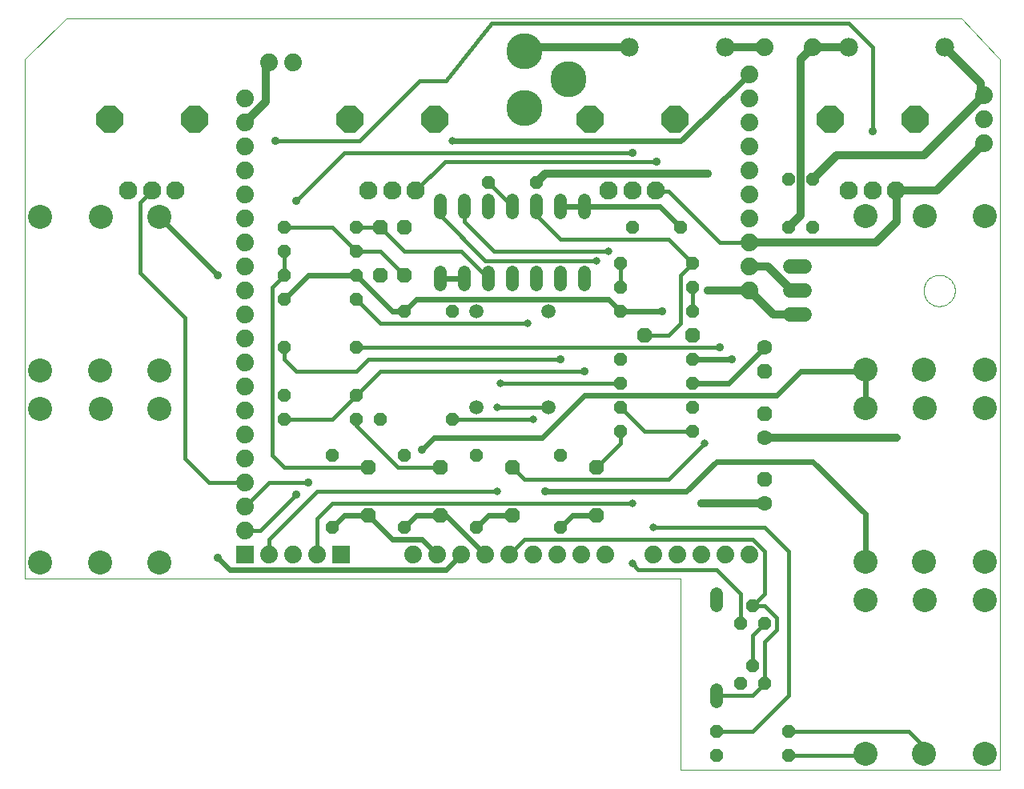
<source format=gtl>
G75*
%MOIN*%
%OFA0B0*%
%FSLAX24Y24*%
%IPPOS*%
%LPD*%
%AMOC8*
5,1,8,0,0,1.08239X$1,22.5*
%
%ADD10C,0.0010*%
%ADD11C,0.0760*%
%ADD12OC8,0.1107*%
%ADD13C,0.0740*%
%ADD14C,0.0780*%
%ADD15C,0.1500*%
%ADD16OC8,0.0520*%
%ADD17C,0.1000*%
%ADD18R,0.0740X0.0740*%
%ADD19C,0.0520*%
%ADD20C,0.0594*%
%ADD21C,0.0600*%
%ADD22C,0.0000*%
%ADD23OC8,0.0630*%
%ADD24C,0.0630*%
%ADD25C,0.0160*%
%ADD26C,0.0320*%
%ADD27C,0.0356*%
%ADD28C,0.0317*%
%ADD29C,0.0240*%
D10*
X006460Y012268D02*
X006460Y033893D01*
X006449Y033893D01*
X008199Y035593D01*
X045445Y035593D01*
X046945Y034018D01*
X047060Y033893D01*
X047060Y004293D01*
X033760Y004293D01*
X033760Y012268D01*
X006460Y012268D01*
D11*
X010775Y028441D03*
X011760Y028441D03*
X012744Y028441D03*
X020775Y028441D03*
X021760Y028441D03*
X022744Y028441D03*
X030775Y028441D03*
X031760Y028441D03*
X032744Y028441D03*
X040775Y028441D03*
X041760Y028441D03*
X042744Y028441D03*
D12*
X043531Y031393D03*
X039988Y031393D03*
X033531Y031393D03*
X029988Y031393D03*
X023531Y031393D03*
X019988Y031393D03*
X013531Y031393D03*
X009988Y031393D03*
D13*
X015635Y031268D03*
X015635Y032268D03*
X016635Y033768D03*
X017635Y033768D03*
X015635Y030268D03*
X015635Y029268D03*
X015635Y028268D03*
X015635Y027268D03*
X015635Y026268D03*
X015635Y025268D03*
X015635Y024268D03*
X015635Y023268D03*
X015635Y022268D03*
X015635Y021268D03*
X015635Y020268D03*
X015635Y019268D03*
X015635Y018268D03*
X015635Y017268D03*
X015635Y016268D03*
X015635Y015268D03*
X015635Y014268D03*
X016635Y013268D03*
X017635Y013268D03*
X018635Y013268D03*
X022635Y013268D03*
X023635Y013268D03*
X024635Y013268D03*
X025635Y013268D03*
X026635Y013268D03*
X027635Y013268D03*
X028635Y013268D03*
X029635Y013268D03*
X030635Y013268D03*
X032635Y013268D03*
X033635Y013268D03*
X034635Y013268D03*
X035635Y013268D03*
X036635Y013268D03*
X036635Y024268D03*
X036635Y025268D03*
X036635Y026268D03*
X036635Y027268D03*
X036635Y028268D03*
X036635Y029268D03*
X036635Y030268D03*
X036635Y031268D03*
X036635Y032268D03*
X036635Y033268D03*
X037260Y034393D03*
X039260Y034393D03*
X046385Y032393D03*
X046385Y031393D03*
X046385Y030393D03*
D14*
X044760Y034393D03*
X040760Y034393D03*
X035635Y034393D03*
X031635Y034393D03*
D15*
X029110Y033056D03*
X027260Y034237D03*
X027260Y031875D03*
D16*
X027760Y028768D03*
X025760Y028768D03*
X020260Y026893D03*
X020260Y025893D03*
X020260Y024893D03*
X020260Y023893D03*
X022260Y023393D03*
X024260Y023393D03*
X020260Y021893D03*
X020260Y019893D03*
X020260Y018893D03*
X021260Y018893D03*
X022260Y017393D03*
X024260Y018893D03*
X025260Y017393D03*
X025260Y014393D03*
X022260Y014393D03*
X019260Y014393D03*
X019260Y017393D03*
X017260Y018893D03*
X017260Y019893D03*
X017260Y021893D03*
X017260Y023893D03*
X017260Y024893D03*
X017260Y025893D03*
X017260Y026893D03*
X028760Y017393D03*
X031260Y018393D03*
X031260Y019393D03*
X031260Y020393D03*
X031260Y021393D03*
X031260Y023393D03*
X031260Y024393D03*
X031260Y025393D03*
X031760Y026893D03*
X033760Y026893D03*
X034260Y025393D03*
X034260Y024393D03*
X034260Y023393D03*
X034260Y021393D03*
X034260Y020393D03*
X034260Y019393D03*
X034260Y018393D03*
X028760Y014393D03*
X036260Y010393D03*
X036760Y011143D03*
X037260Y010393D03*
X036760Y008643D03*
X037260Y007893D03*
X036260Y007893D03*
X035260Y005893D03*
X035260Y004893D03*
X038260Y004893D03*
X038260Y005893D03*
X038260Y026893D03*
X039260Y026893D03*
X039260Y028893D03*
X038260Y028893D03*
D17*
X041447Y027362D03*
X043916Y027362D03*
X046416Y027362D03*
X046416Y020956D03*
X046416Y019362D03*
X043916Y019362D03*
X043885Y020956D03*
X041447Y020956D03*
X041447Y019362D03*
X041447Y012956D03*
X041447Y011362D03*
X043916Y011362D03*
X043885Y012956D03*
X046416Y012956D03*
X046416Y011362D03*
X046416Y004956D03*
X043885Y004956D03*
X041447Y004956D03*
X012072Y012925D03*
X009603Y012925D03*
X007103Y012925D03*
X007103Y019331D03*
X007103Y020925D03*
X009603Y020925D03*
X009635Y019331D03*
X012072Y019331D03*
X012072Y020925D03*
X012072Y027331D03*
X009635Y027331D03*
X007103Y027331D03*
D18*
X015635Y013268D03*
X019635Y013268D03*
D19*
X023760Y024508D02*
X023760Y025028D01*
X024760Y025028D02*
X024760Y024508D01*
X025760Y024508D02*
X025760Y025028D01*
X026760Y025028D02*
X026760Y024508D01*
X027760Y024508D02*
X027760Y025028D01*
X028760Y025028D02*
X028760Y024508D01*
X029760Y024508D02*
X029760Y025028D01*
X029760Y027508D02*
X029760Y028028D01*
X028760Y028028D02*
X028760Y027508D01*
X027760Y027508D02*
X027760Y028028D01*
X026760Y028028D02*
X026760Y027508D01*
X025760Y027508D02*
X025760Y028028D01*
X024760Y028028D02*
X024760Y027508D01*
X023760Y027508D02*
X023760Y028028D01*
X035260Y011653D02*
X035260Y011133D01*
X035260Y007653D02*
X035260Y007133D01*
D20*
X028260Y019393D03*
X025260Y019393D03*
X025260Y023393D03*
X028260Y023393D03*
D21*
X038335Y023268D02*
X038935Y023268D01*
X038935Y024268D02*
X038335Y024268D01*
X038335Y025268D02*
X038935Y025268D01*
D22*
X043885Y024268D02*
X043887Y024318D01*
X043893Y024368D01*
X043903Y024418D01*
X043916Y024466D01*
X043933Y024514D01*
X043954Y024560D01*
X043978Y024604D01*
X044006Y024646D01*
X044037Y024686D01*
X044071Y024723D01*
X044108Y024758D01*
X044147Y024789D01*
X044188Y024818D01*
X044232Y024843D01*
X044278Y024865D01*
X044325Y024883D01*
X044373Y024897D01*
X044422Y024908D01*
X044472Y024915D01*
X044522Y024918D01*
X044573Y024917D01*
X044623Y024912D01*
X044673Y024903D01*
X044721Y024891D01*
X044769Y024874D01*
X044815Y024854D01*
X044860Y024831D01*
X044903Y024804D01*
X044943Y024774D01*
X044981Y024741D01*
X045016Y024705D01*
X045049Y024666D01*
X045078Y024625D01*
X045104Y024582D01*
X045127Y024537D01*
X045146Y024490D01*
X045161Y024442D01*
X045173Y024393D01*
X045181Y024343D01*
X045185Y024293D01*
X045185Y024243D01*
X045181Y024193D01*
X045173Y024143D01*
X045161Y024094D01*
X045146Y024046D01*
X045127Y023999D01*
X045104Y023954D01*
X045078Y023911D01*
X045049Y023870D01*
X045016Y023831D01*
X044981Y023795D01*
X044943Y023762D01*
X044903Y023732D01*
X044860Y023705D01*
X044815Y023682D01*
X044769Y023662D01*
X044721Y023645D01*
X044673Y023633D01*
X044623Y023624D01*
X044573Y023619D01*
X044522Y023618D01*
X044472Y023621D01*
X044422Y023628D01*
X044373Y023639D01*
X044325Y023653D01*
X044278Y023671D01*
X044232Y023693D01*
X044188Y023718D01*
X044147Y023747D01*
X044108Y023778D01*
X044071Y023813D01*
X044037Y023850D01*
X044006Y023890D01*
X043978Y023932D01*
X043954Y023976D01*
X043933Y024022D01*
X043916Y024070D01*
X043903Y024118D01*
X043893Y024168D01*
X043887Y024218D01*
X043885Y024268D01*
D23*
X037260Y020893D03*
X037260Y019143D03*
X037260Y016393D03*
X030260Y016893D03*
X030260Y014893D03*
X026760Y014893D03*
X026760Y016893D03*
X023760Y016893D03*
X023760Y014893D03*
X020760Y014893D03*
X020760Y016893D03*
X021260Y024893D03*
X022260Y024893D03*
X022260Y026893D03*
X021260Y026893D03*
X032260Y022393D03*
X034260Y022393D03*
D24*
X037260Y021893D03*
X037260Y018143D03*
X037260Y015393D03*
D25*
X037260Y014393D02*
X038260Y013393D01*
X038260Y007393D01*
X036760Y005893D01*
X035260Y005893D01*
X035260Y007393D02*
X036760Y007393D01*
X037260Y007893D01*
X037260Y009643D01*
X037760Y010143D01*
X037760Y010643D01*
X037260Y011143D01*
X036760Y011143D01*
X037260Y011643D01*
X037260Y013393D01*
X036760Y013893D01*
X027260Y013893D01*
X026635Y013268D01*
X026135Y015893D02*
X018635Y015893D01*
X016635Y013893D01*
X016635Y013268D01*
X016260Y014268D02*
X015635Y014268D01*
X016260Y014268D02*
X017760Y015768D01*
X018260Y016268D02*
X016635Y016268D01*
X015635Y015268D01*
X015635Y016268D02*
X014135Y016268D01*
X013135Y017268D01*
X013135Y023143D01*
X011260Y025018D01*
X011260Y027941D01*
X011760Y028441D01*
X016885Y030518D02*
X020385Y030518D01*
X022885Y033018D01*
X024010Y033018D01*
X025885Y035393D01*
X040760Y035393D01*
X041760Y034393D01*
X041760Y030893D01*
X042744Y028441D02*
X042760Y028425D01*
X036635Y026268D02*
X035385Y026268D01*
X033260Y028393D01*
X032791Y028393D01*
X032744Y028441D01*
X032760Y029643D02*
X023947Y029643D01*
X022744Y028441D01*
X023760Y027768D02*
X023760Y027393D01*
X025635Y025518D01*
X030260Y025518D01*
X030760Y025893D02*
X026010Y025893D01*
X024760Y027143D01*
X024760Y027768D01*
X025760Y028768D02*
X026760Y027768D01*
X027760Y027768D02*
X027760Y027393D01*
X028760Y026393D01*
X033260Y026393D01*
X034260Y025393D01*
X033760Y024893D01*
X033760Y022893D01*
X033260Y022393D01*
X032260Y022393D01*
X034260Y023393D02*
X034260Y024393D01*
X035385Y021893D02*
X020260Y021893D01*
X020760Y021393D02*
X020260Y020893D01*
X017760Y020893D01*
X017260Y021393D01*
X017260Y021893D01*
X016760Y024393D02*
X017260Y024893D01*
X017260Y025893D01*
X017260Y026893D02*
X019260Y026893D01*
X020260Y025893D01*
X021260Y025893D01*
X022260Y024893D01*
X022260Y025893D02*
X021260Y026893D01*
X020260Y026893D01*
X022260Y025893D02*
X024635Y025893D01*
X025760Y024768D01*
X027385Y022893D02*
X021260Y022893D01*
X020260Y023893D01*
X020760Y021393D02*
X028760Y021393D01*
X029760Y020893D02*
X021260Y020893D01*
X020260Y019893D01*
X019260Y018893D01*
X017260Y018893D01*
X016760Y017393D02*
X016760Y024393D01*
X017760Y028018D02*
X019760Y030018D01*
X031760Y030018D01*
X031260Y025393D02*
X031260Y024393D01*
X031260Y020393D02*
X026260Y020393D01*
X026135Y019393D02*
X028260Y019393D01*
X027635Y018893D02*
X024260Y018893D01*
X023760Y016893D02*
X022010Y016893D01*
X020260Y018643D01*
X020260Y018893D01*
X020760Y016893D02*
X017260Y016893D01*
X016760Y017393D01*
X019260Y015393D02*
X018635Y014768D01*
X018635Y013268D01*
X019260Y015393D02*
X031760Y015393D01*
X032635Y014393D02*
X037260Y014393D01*
X035260Y012643D02*
X036260Y011643D01*
X036260Y010393D01*
X036760Y009893D02*
X037260Y010393D01*
X036760Y009893D02*
X036760Y008643D01*
X038260Y005893D02*
X043260Y005893D01*
X043885Y005268D01*
X043885Y004956D01*
X041447Y004956D02*
X041385Y004893D01*
X038260Y004893D01*
X035260Y012643D02*
X032010Y012643D01*
X031760Y012893D01*
X033260Y016393D02*
X027260Y016393D01*
X026760Y016893D01*
X030260Y016893D02*
X031260Y017893D01*
X031260Y018393D01*
X031260Y019393D02*
X032260Y018393D01*
X034260Y018393D01*
X034760Y017893D02*
X033260Y016393D01*
D26*
X034635Y015393D02*
X037260Y015393D01*
X037260Y018143D02*
X042760Y018143D01*
X038635Y023268D02*
X037635Y023268D01*
X036635Y024268D01*
X034885Y024268D01*
X036635Y025268D02*
X037385Y025268D01*
X038385Y024268D01*
X038635Y024268D01*
X036635Y026268D02*
X041885Y026268D01*
X042760Y027143D01*
X042760Y028425D01*
X044416Y028425D01*
X046385Y030393D01*
X046385Y032393D02*
X046260Y032393D01*
X046260Y032893D01*
X044760Y034393D01*
X046385Y032393D02*
X043885Y029893D01*
X040260Y029893D01*
X039260Y028893D01*
X038760Y027393D02*
X038260Y026893D01*
X038760Y027393D02*
X038760Y033893D01*
X039260Y034393D01*
X040760Y034393D01*
X037260Y034393D02*
X035635Y034393D01*
X031635Y034393D02*
X027416Y034393D01*
X027260Y034237D01*
X028135Y029143D02*
X034885Y029143D01*
X028135Y029143D02*
X027760Y028768D01*
X016510Y032143D02*
X016510Y033643D01*
X016635Y033768D01*
X016510Y032143D02*
X015635Y031268D01*
D27*
X016885Y030518D03*
X017760Y028018D03*
X014510Y024893D03*
X023010Y017643D03*
X018260Y016268D03*
X017760Y015768D03*
X014510Y013143D03*
X028135Y015893D03*
X029760Y020893D03*
X028760Y021393D03*
X033010Y023393D03*
X034885Y024268D03*
X035385Y021893D03*
X035885Y021393D03*
X034635Y015393D03*
X034885Y029143D03*
X032760Y029643D03*
X031760Y030018D03*
X041760Y030893D03*
D28*
X030760Y025893D03*
X030260Y025518D03*
X027385Y022893D03*
X026260Y020393D03*
X026135Y019393D03*
X027635Y018893D03*
X026135Y015893D03*
X031760Y015393D03*
X032635Y014393D03*
X031760Y012893D03*
X034760Y017893D03*
X042760Y018143D03*
X024260Y030518D03*
D29*
X033760Y030518D01*
X036635Y033268D01*
X032885Y027768D02*
X029760Y027768D01*
X028760Y027768D01*
X032885Y027768D02*
X033760Y026893D01*
X030760Y023893D02*
X031260Y023393D01*
X033010Y023393D01*
X030760Y023893D02*
X022760Y023893D01*
X022260Y023393D01*
X021760Y023393D01*
X020260Y024893D01*
X018260Y024893D01*
X017260Y023893D01*
X014510Y024893D02*
X012072Y027331D01*
X023760Y024768D02*
X024760Y024768D01*
X029760Y019893D02*
X028010Y018143D01*
X023510Y018143D01*
X023010Y017643D01*
X022760Y014893D02*
X022260Y014393D01*
X022760Y014893D02*
X023760Y014893D01*
X024010Y014893D01*
X025635Y013268D01*
X024635Y013268D02*
X024010Y012643D01*
X015010Y012643D01*
X014510Y013143D01*
X019260Y014393D02*
X019760Y014893D01*
X020760Y014893D01*
X021760Y013893D01*
X023010Y013893D01*
X023635Y013268D01*
X025260Y014393D02*
X025760Y014893D01*
X026760Y014893D01*
X028135Y015893D02*
X034010Y015893D01*
X035260Y017143D01*
X039260Y017143D01*
X041447Y014956D01*
X041447Y012956D01*
X041447Y019362D02*
X041447Y020956D01*
X041385Y020893D01*
X038760Y020893D01*
X037760Y019893D01*
X029760Y019893D01*
X034260Y020393D02*
X035760Y020393D01*
X037260Y021893D01*
X035885Y021393D02*
X034260Y021393D01*
X030260Y014893D02*
X029260Y014893D01*
X028760Y014393D01*
M02*

</source>
